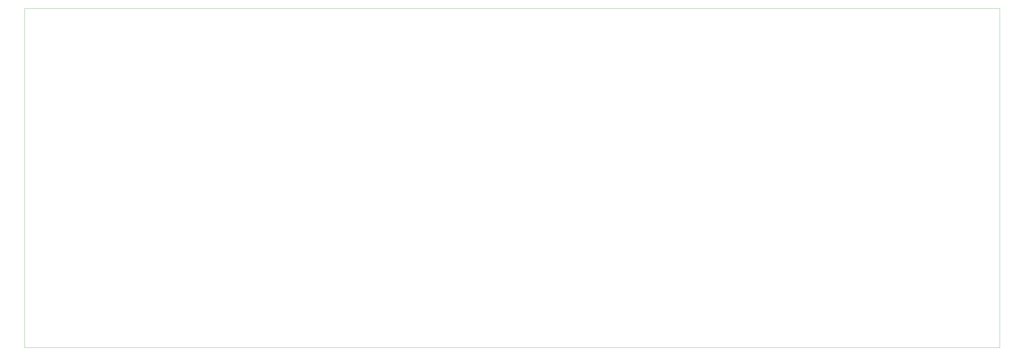
<source format=gm1>
G04 #@! TF.GenerationSoftware,KiCad,Pcbnew,(5.1.0)-1*
G04 #@! TF.CreationDate,2022-03-22T21:13:01+01:00*
G04 #@! TF.ProjectId,keyboard,6b657962-6f61-4726-942e-6b696361645f,rev?*
G04 #@! TF.SameCoordinates,Original*
G04 #@! TF.FileFunction,Profile,NP*
%FSLAX46Y46*%
G04 Gerber Fmt 4.6, Leading zero omitted, Abs format (unit mm)*
G04 Created by KiCad (PCBNEW (5.1.0)-1) date 2022-03-22 21:13:01*
%MOMM*%
%LPD*%
G04 APERTURE LIST*
%ADD10C,0.050000*%
G04 APERTURE END LIST*
D10*
X380200000Y-156600000D02*
X380200000Y-155900000D01*
X30200000Y-156600000D02*
X380200000Y-156600000D01*
X30200000Y-155900000D02*
X30200000Y-156600000D01*
X30200000Y-34600000D02*
X30500000Y-34600000D01*
X30200000Y-155900000D02*
X30200000Y-34600000D01*
X380200000Y-34600000D02*
X379800000Y-34600000D01*
X380200000Y-155900000D02*
X380200000Y-34600000D01*
X379800000Y-34600000D02*
X30500000Y-34600000D01*
M02*

</source>
